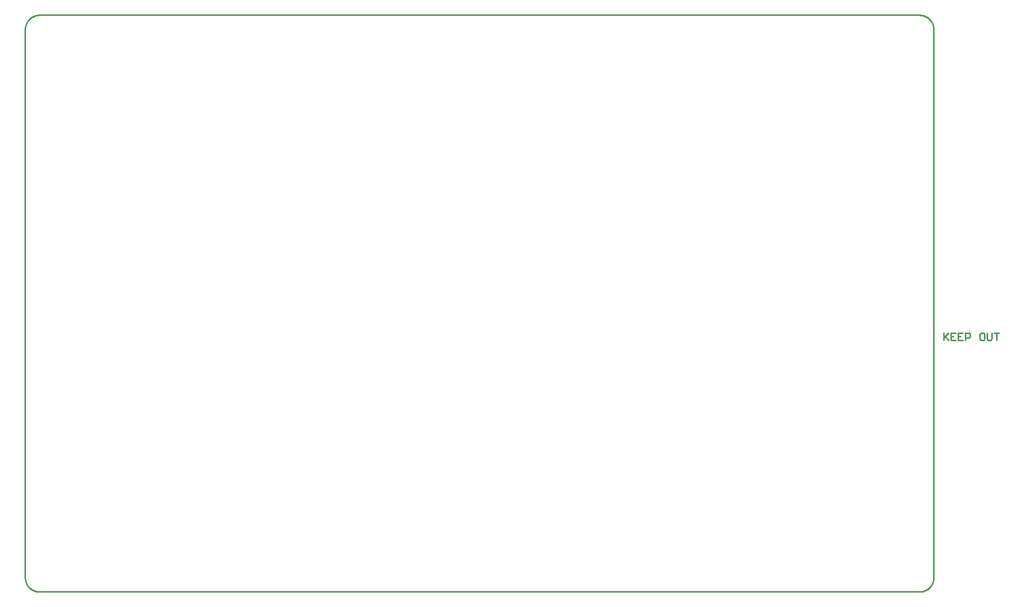
<source format=gko>
*%FSLAX24Y24*%
*%MOIN*%
G01*
%ADD11C,0.0000*%
%ADD12C,0.0050*%
%ADD13C,0.0060*%
%ADD14C,0.0073*%
%ADD15C,0.0080*%
%ADD16C,0.0098*%
%ADD17C,0.0100*%
%ADD18C,0.0120*%
%ADD19C,0.0150*%
%ADD20C,0.0160*%
%ADD21C,0.0160*%
%ADD22C,0.0197*%
%ADD23C,0.0200*%
%ADD24C,0.0200*%
%ADD25C,0.0240*%
%ADD26O,0.0240X0.0800*%
%ADD27C,0.0250*%
%ADD28O,0.0280X0.0840*%
%ADD29C,0.0300*%
%ADD30C,0.0300*%
%ADD31C,0.0320*%
%ADD32C,0.0340*%
%ADD33C,0.0360*%
%ADD34C,0.0380*%
%ADD35C,0.0394*%
%ADD36C,0.0397*%
%ADD37C,0.0400*%
%ADD38C,0.0434*%
%ADD39C,0.0460*%
%ADD40C,0.0480*%
%ADD41C,0.0480*%
%ADD42C,0.0500*%
%ADD43C,0.0500*%
%ADD44C,0.0520*%
%ADD45C,0.0540*%
%ADD46C,0.0560*%
%ADD47C,0.0580*%
%ADD48C,0.0600*%
%ADD49C,0.0620*%
%ADD50C,0.0650*%
%ADD51C,0.0660*%
%ADD52C,0.0670*%
%ADD53C,0.0680*%
%ADD54C,0.0710*%
%ADD55C,0.0720*%
%ADD56O,0.0750X0.0620*%
%ADD57C,0.0750*%
%ADD58C,0.0760*%
%ADD59O,0.0790X0.0660*%
%ADD60C,0.0810*%
%ADD61C,0.0827*%
%ADD62C,0.0850*%
%ADD63C,0.0870*%
%ADD64C,0.1000*%
%ADD65C,0.1040*%
%ADD66C,0.1299*%
%ADD67C,0.1499*%
%ADD68C,0.1600*%
%ADD69C,0.1700*%
%ADD70C,0.1750*%
%ADD71C,0.1790*%
%ADD72C,0.2000*%
%ADD73C,0.2299*%
%ADD74R,0.0100X0.0100*%
%ADD75R,0.0200X0.0200*%
%ADD76R,0.0200X0.0500*%
%ADD77R,0.0200X0.0650*%
%ADD78R,0.0200X0.1600*%
%ADD79R,0.0240X0.0700*%
%ADD80R,0.0280X0.0600*%
%ADD81R,0.0300X0.0300*%
%ADD82R,0.0300X0.0300*%
%ADD83R,0.0300X0.0600*%
%ADD84R,0.0300X0.0650*%
%ADD85R,0.0300X0.0700*%
%ADD86R,0.0315X0.0709*%
%ADD87R,0.0320X0.0560*%
%ADD88R,0.0320X0.0640*%
%ADD89R,0.0335X0.0758*%
%ADD90R,0.0340X0.0340*%
%ADD91R,0.0340X0.0700*%
%ADD92R,0.0340X0.0800*%
%ADD93R,0.0344X0.0787*%
%ADD94R,0.0344X0.0797*%
%ADD95R,0.0350X0.0700*%
%ADD96R,0.0350X0.0800*%
%ADD97R,0.0354X0.0787*%
%ADD98R,0.0355X0.0749*%
%ADD99R,0.0360X0.0600*%
%ADD100R,0.0360X0.1300*%
%ADD101R,0.0394X0.0827*%
%ADD102R,0.0400X0.0200*%
%ADD103R,0.0400X0.0500*%
%ADD104R,0.0400X0.0640*%
%ADD105R,0.0400X0.0750*%
%ADD106R,0.0400X0.1350*%
%ADD107R,0.0420X0.0850*%
%ADD108R,0.0434X0.0867*%
%ADD109R,0.0440X0.0540*%
%ADD110R,0.0440X0.1390*%
%ADD111R,0.0460X0.0890*%
%ADD112R,0.0500X0.0200*%
%ADD113R,0.0500X0.0400*%
%ADD114R,0.0500X0.0500*%
%ADD115R,0.0500X0.0500*%
%ADD116R,0.0500X0.0850*%
%ADD117R,0.0500X0.1000*%
%ADD118R,0.0500X0.1200*%
%ADD119R,0.0540X0.0440*%
%ADD120R,0.0540X0.0540*%
%ADD121R,0.0540X0.0890*%
%ADD122R,0.0540X0.0960*%
%ADD123R,0.0540X0.1040*%
%ADD124R,0.0550X0.0650*%
%ADD125R,0.0550X0.0780*%
%ADD126R,0.0550X0.0800*%
%ADD127R,0.0560X0.0320*%
%ADD128R,0.0591X0.1260*%
%ADD129R,0.0600X0.0280*%
%ADD130R,0.0600X0.0360*%
%ADD131R,0.0600X0.0600*%
%ADD132R,0.0600X0.1000*%
%ADD133R,0.0600X0.1200*%
%ADD134R,0.0600X0.1250*%
%ADD135R,0.0620X0.0620*%
%ADD136R,0.0631X0.1300*%
%ADD137R,0.0640X0.0320*%
%ADD138R,0.0640X0.0400*%
%ADD139R,0.0640X0.0640*%
%ADD140R,0.0640X0.1040*%
%ADD141R,0.0640X0.1290*%
%ADD142R,0.0650X0.0200*%
%ADD143R,0.0650X0.0550*%
%ADD144R,0.0650X0.0650*%
%ADD145R,0.0660X0.0660*%
%ADD146R,0.0700X0.0700*%
%ADD147R,0.0700X0.0900*%
%ADD148R,0.0709X0.0827*%
%ADD149R,0.0740X0.0740*%
%ADD150R,0.0749X0.0867*%
%ADD151R,0.0750X0.0400*%
%ADD152R,0.0750X0.0750*%
%ADD153R,0.0750X0.0750*%
%ADD154R,0.0750X0.0800*%
%ADD155R,0.0790X0.0790*%
%ADD156R,0.0800X0.0750*%
%ADD157R,0.0800X0.0800*%
%ADD158R,0.0800X0.0800*%
%ADD159R,0.0800X0.1000*%
%ADD160R,0.0800X0.1250*%
%ADD161R,0.0840X0.1040*%
%ADD162R,0.0850X0.0500*%
%ADD163R,0.0890X0.0540*%
%ADD164R,0.0900X0.0600*%
%ADD165R,0.0900X0.0900*%
%ADD166R,0.0940X0.0940*%
%ADD167R,0.0960X0.0540*%
%ADD168R,0.0960X0.0960*%
%ADD169R,0.0960X0.1220*%
%ADD170R,0.1000X0.0500*%
%ADD171R,0.1000X0.0600*%
%ADD172R,0.1000X0.0700*%
%ADD173R,0.1000X0.1000*%
%ADD174R,0.1000X0.1000*%
%ADD175R,0.1000X0.1250*%
%ADD176R,0.1040X0.0540*%
%ADD177R,0.1040X0.0640*%
%ADD178R,0.1040X0.0740*%
%ADD179R,0.1040X0.1040*%
%ADD180R,0.1040X0.1290*%
%ADD181R,0.1060X0.1060*%
%ADD182R,0.1140X0.0540*%
%ADD183R,0.1200X0.0500*%
%ADD184R,0.1200X0.0600*%
%ADD185R,0.1220X0.0960*%
%ADD186R,0.1240X0.0640*%
%ADD187R,0.1250X0.0600*%
%ADD188R,0.1250X0.0800*%
%ADD189R,0.1250X0.1000*%
%ADD190R,0.1260X0.0591*%
%ADD191R,0.1290X0.0640*%
%ADD192R,0.1290X0.1040*%
%ADD193R,0.1300X0.0631*%
%ADD194R,0.1300X0.0360*%
%ADD195R,0.1350X0.0400*%
%ADD196R,0.1390X0.0440*%
%ADD197R,0.1500X0.1500*%
%ADD198R,0.1600X0.0200*%
%ADD199R,0.1600X0.2400*%
%ADD200R,0.1700X0.1700*%
%ADD201R,0.1800X0.1800*%
%ADD202R,0.1900X0.1900*%
%ADD203R,0.2000X0.0750*%
%ADD204R,0.2000X0.2000*%
%ADD205R,0.2040X0.0790*%
%ADD206R,0.2100X0.2100*%
%ADD207R,0.2200X0.2200*%
%ADD208R,0.2300X0.2300*%
%ADD209R,0.2400X0.1600*%
%ADD210R,0.2400X0.2400*%
%ADD211R,0.2500X0.2500*%
D17*
X97270Y29960D02*
Y67960D01*
X34270D02*
Y29960D01*
X94520Y68960D02*
X95020D01*
X96270D02*
X35270D01*
Y28960D02*
X96270D01*
X96303Y28961D01*
X96335Y28962D01*
X96368Y28965D01*
X96401Y28969D01*
X96433Y28973D01*
X96465Y28979D01*
X96497Y28986D01*
X96529Y28994D01*
X96560Y29003D01*
X96591Y29013D01*
X96622Y29024D01*
X96653Y29036D01*
X96683Y29049D01*
X96712Y29063D01*
X96741Y29078D01*
X96770Y29094D01*
X96798Y29111D01*
X96826Y29129D01*
X96852Y29147D01*
X96879Y29167D01*
X96904Y29187D01*
X96929Y29208D01*
X96954Y29230D01*
X96977Y29253D01*
X97000Y29276D01*
X97022Y29301D01*
X97043Y29326D01*
X97063Y29351D01*
X97083Y29378D01*
X97101Y29404D01*
X97119Y29432D01*
X97136Y29460D01*
X97152Y29489D01*
X97167Y29518D01*
X97181Y29547D01*
X97194Y29577D01*
X97206Y29608D01*
X97217Y29639D01*
X97227Y29670D01*
X97236Y29701D01*
X97244Y29733D01*
X97251Y29765D01*
X97257Y29797D01*
X97261Y29829D01*
X97265Y29862D01*
X97268Y29895D01*
X97269Y29927D01*
X97270Y29960D01*
Y67960D02*
X97269Y67993D01*
X97268Y68025D01*
X97265Y68058D01*
X97261Y68091D01*
X97257Y68123D01*
X97251Y68155D01*
X97244Y68187D01*
X97236Y68219D01*
X97227Y68250D01*
X97217Y68281D01*
X97206Y68312D01*
X97194Y68343D01*
X97181Y68373D01*
X97167Y68402D01*
X97152Y68431D01*
X97136Y68460D01*
X97119Y68488D01*
X97101Y68516D01*
X97083Y68542D01*
X97063Y68569D01*
X97043Y68594D01*
X97022Y68619D01*
X97000Y68644D01*
X96977Y68667D01*
X96954Y68690D01*
X96929Y68712D01*
X96904Y68733D01*
X96879Y68753D01*
X96852Y68773D01*
X96826Y68791D01*
X96798Y68809D01*
X96770Y68826D01*
X96741Y68842D01*
X96712Y68857D01*
X96683Y68871D01*
X96653Y68884D01*
X96622Y68896D01*
X96591Y68907D01*
X96560Y68917D01*
X96529Y68926D01*
X96497Y68934D01*
X96465Y68941D01*
X96433Y68947D01*
X96401Y68951D01*
X96368Y68955D01*
X96335Y68958D01*
X96303Y68959D01*
X96270Y68960D01*
X35270Y28960D02*
X35237Y28961D01*
X35205Y28962D01*
X35172Y28965D01*
X35139Y28969D01*
X35107Y28973D01*
X35075Y28979D01*
X35043Y28986D01*
X35011Y28994D01*
X34980Y29003D01*
X34949Y29013D01*
X34918Y29024D01*
X34887Y29036D01*
X34857Y29049D01*
X34828Y29063D01*
X34799Y29078D01*
X34770Y29094D01*
X34742Y29111D01*
X34714Y29129D01*
X34688Y29147D01*
X34661Y29167D01*
X34636Y29187D01*
X34611Y29208D01*
X34586Y29230D01*
X34563Y29253D01*
X34540Y29276D01*
X34518Y29301D01*
X34497Y29326D01*
X34477Y29351D01*
X34457Y29378D01*
X34439Y29404D01*
X34421Y29432D01*
X34404Y29460D01*
X34388Y29489D01*
X34373Y29518D01*
X34359Y29547D01*
X34346Y29577D01*
X34334Y29608D01*
X34323Y29639D01*
X34313Y29670D01*
X34304Y29701D01*
X34296Y29733D01*
X34289Y29765D01*
X34283Y29797D01*
X34279Y29829D01*
X34275Y29862D01*
X34272Y29895D01*
X34271Y29927D01*
X34270Y29960D01*
Y67960D02*
X34271Y67993D01*
X34272Y68025D01*
X34275Y68058D01*
X34279Y68091D01*
X34283Y68123D01*
X34289Y68155D01*
X34296Y68187D01*
X34304Y68219D01*
X34313Y68250D01*
X34323Y68281D01*
X34334Y68312D01*
X34346Y68343D01*
X34359Y68373D01*
X34373Y68402D01*
X34388Y68431D01*
X34404Y68460D01*
X34421Y68488D01*
X34439Y68516D01*
X34457Y68542D01*
X34477Y68569D01*
X34497Y68594D01*
X34518Y68619D01*
X34540Y68644D01*
X34563Y68667D01*
X34586Y68690D01*
X34611Y68712D01*
X34636Y68733D01*
X34661Y68753D01*
X34688Y68773D01*
X34714Y68791D01*
X34742Y68809D01*
X34770Y68826D01*
X34799Y68842D01*
X34828Y68857D01*
X34857Y68871D01*
X34887Y68884D01*
X34918Y68896D01*
X34949Y68907D01*
X34980Y68917D01*
X35011Y68926D01*
X35043Y68934D01*
X35075Y68941D01*
X35107Y68947D01*
X35139Y68951D01*
X35172Y68955D01*
X35205Y68958D01*
X35237Y68959D01*
X35270Y68960D01*
X97970Y46910D02*
Y46410D01*
Y46577D01*
X98303Y46910D01*
X98053Y46660D01*
X98303Y46410D01*
X98470Y46910D02*
X98803D01*
X98470D02*
Y46410D01*
X98803D01*
X98636Y46660D02*
X98470D01*
X98970Y46910D02*
X99303D01*
X98970D02*
Y46410D01*
X99303D01*
X99136Y46660D02*
X98970D01*
X99470Y46410D02*
Y46910D01*
X99719D01*
X99803Y46827D01*
Y46660D01*
X99719Y46577D01*
X99470D01*
X100552Y46910D02*
X100719D01*
X100552D02*
X100469Y46827D01*
Y46493D01*
X100552Y46410D01*
X100719D01*
X100802Y46493D01*
Y46827D01*
X100719Y46910D01*
X100969D02*
Y46493D01*
X101052Y46410D01*
X101219D01*
X101302Y46493D01*
Y46910D01*
X101469D02*
X101802D01*
X101635D01*
Y46410D01*
D02*
M02*

</source>
